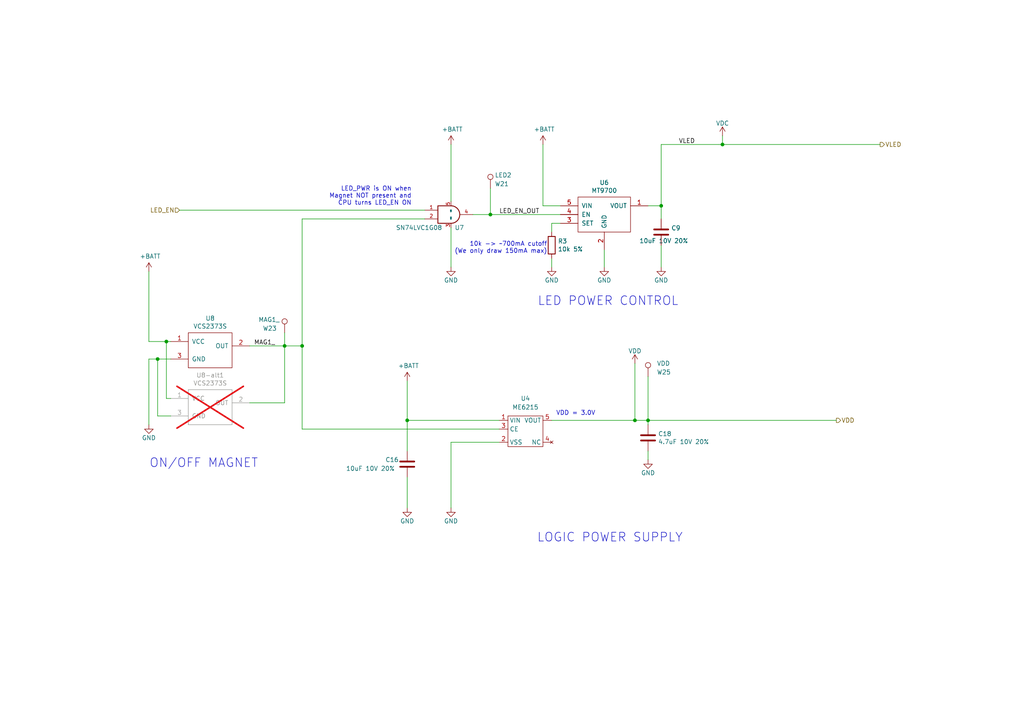
<source format=kicad_sch>
(kicad_sch (version 20250114) (generator "eeschema") (generator_version "9.0")
  (paper "A4")
  (title_block (title "Pixels D20 Schematic, Power") (date "2020-04-13") (rev "2") (company "Systemic Games, LLC"))
  (lib_symbols
    (symbol "Device:C" (pin_numbers (hide yes)) (pin_names (offset 0.254))
      (property "Reference" "C" (at 0.635 2.54 0))
      (property "Value" "C" (at 0.635 -2.54 0))
      (symbol "C_0_1"
        (polyline (pts (xy -2.032 0.762) (xy 2.032 0.762)) (stroke (width 0.508)))
        (polyline (pts (xy -2.032 -0.762) (xy 2.032 -0.762)) (stroke (width 0.508)))
      )
      (symbol "C_1_1"
        (pin passive line (at 0 3.81 270) (length 2.794) (name "~") (number "1"))
        (pin passive line (at 0 -3.81 90) (length 2.794) (name "~") (number "2"))
      )
    )
    (symbol "Device:R" (pin_numbers (hide yes)) (pin_names (offset 0))
      (property "Reference" "R" (at 2.032 0 90))
      (property "Value" "R" (at 0 0 90))
      (symbol "R_0_1"
        (rectangle (start -1.016 -2.54) (end 1.016 2.54) (stroke (width 0.254)))
      )
      (symbol "R_1_1"
        (pin passive line (at 0 3.81 270) (length 1.27) (name "~") (number "1"))
        (pin passive line (at 0 -3.81 90) (length 1.27) (name "~") (number "2"))
      )
    )
    (symbol "Pixels-dice:74AHC1G08" (pin_names (offset 1.016))
      (property "Reference" "U" (at -2.54 3.81 0))
      (property "Value" "74AHC1G08" (at 0 -3.81 0))
      (symbol "74AHC1G08_0_1"
        (arc (start 0 2.54) (mid 2.529 0) (end 0 -2.54) (stroke (width 0.254)))
        (polyline (pts (xy 0 -2.54) (xy -3.81 -2.54) (xy -3.81 2.54) (xy 0 2.54)) (stroke (width 0.254)))
      )
      (symbol "74AHC1G08_1_1"
        (pin input line (at -7.62 1.27 0) (length 3.81) (name "~") (number "1"))
        (pin input line (at -7.62 -1.27 0) (length 3.81) (name "~") (number "2"))
        (pin power_in line (at 0 3.81 270) (length 1.27) (name "VCC") (number "5"))
        (pin power_in line (at 0 -3.81 90) (length 1.27) (name "GND") (number "3"))
        (pin output line (at 6.35 0 180) (length 3.81) (name "~") (number "4"))
      )
    )
    (symbol "Pixels-dice:ME6215"
      (property "Reference" "U" (at 3.175 -6.35 0))
      (property "Value" "ME6215" (at 0 5.08 0))
      (symbol "ME6215_0_1"
        (rectangle (start -5.08 3.81) (end 5.08 -5.08))
      )
      (symbol "ME6215_1_1"
        (pin power_in line (at -7.62 2.54 0) (length 2.54) (name "VIN") (number "1"))
        (pin input line (at -7.62 0 0) (length 2.54) (name "CE") (number "3"))
        (pin power_in line (at -7.62 -3.81 0) (length 2.54) (name "VSS") (number "2"))
        (pin power_out line (at 7.62 2.54 180) (length 2.54) (name "VOUT") (number "5"))
        (pin no_connect line (at 7.62 -3.81 180) (length 2.54) (name "NC") (number "4"))
      )
    )
    (symbol "Pixels-dice:MT9700" (pin_names (offset 1.016))
      (property "Reference" "U" (at 6.35 -6.35 0))
      (property "Value" "MT9700" (at 0 6.35 0))
      (symbol "MT9700_0_1"
        (rectangle (start -7.62 5.08) (end 7.62 -5.08))
      )
      (symbol "MT9700_1_1"
        (pin power_in line (at -12.7 2.54 0) (length 5.08) (name "VIN") (number "5"))
        (pin input line (at -12.7 0 0) (length 5.08) (name "EN") (number "4"))
        (pin input line (at -12.7 -2.54 0) (length 5.08) (name "SET") (number "3"))
        (pin power_in line (at 0 -10.16 90) (length 5.08) (name "GND") (number "2"))
        (pin power_out line (at 12.7 2.54 180) (length 5.08) (name "VOUT") (number "1"))
      )
    )
    (symbol "Pixels-dice:TEST_1P-conn" (pin_numbers (hide yes)) (pin_names (offset 0.762) (hide yes))
      (property "Reference" "W" (at 0 6.858 0))
      (property "Value" "TEST_1P-conn" (at 0 5.08 0))
      (symbol "TEST_1P-conn_0_1"
        (circle (center 0 3.302) (radius 0.762))
      )
      (symbol "TEST_1P-conn_1_1"
        (pin passive line (at 0 0 90) (length 2.54) (name "1") (number "1"))
      )
    )
    (symbol "Pixels-dice:TMR1366" (pin_names (offset 1.016))
      (property "Reference" "U" (at 3.81 -6.35 0))
      (property "Value" "TMR1366" (at 0 6.35 0))
      (symbol "TMR1366_1_1"
        (rectangle (start -6.35 5.08) (end 6.35 -5.08))
        (pin power_in line (at -11.43 2.54 0) (length 5.08) (name "VCC") (number "1"))
        (pin power_in line (at -11.43 -2.54 0) (length 5.08) (name "GND") (number "3"))
        (pin output line (at 11.43 1.27 180) (length 5.08) (name "OUT") (number "2"))
      )
    )
    (symbol "power:+BATT" (power) (pin_names (offset 0))
      (property "Value" "+BATT" (at 0 3.556 0))
      (symbol "+BATT_0_1"
        (polyline (pts (xy -0.762 1.27) (xy 0 2.54)))
        (polyline (pts (xy 0 2.54) (xy 0.762 1.27)))
        (polyline (pts (xy 0 0) (xy 0 2.54)))
      )
      (symbol "+BATT_1_1"
        (pin power_in line (at 0 0 90) (length 0) (hide yes) (name "+BATT") (number "1"))
      )
    )
    (symbol "power:GND" (power) (pin_names (offset 0))
      (property "Value" "GND" (at 0 -3.81 0))
      (symbol "GND_0_1"
        (polyline (pts (xy 0 0) (xy 0 -1.27) (xy 1.27 -1.27) (xy 0 -2.54) (xy -1.27 -1.27) (xy 0 -1.27)))
      )
      (symbol "GND_1_1"
        (pin power_in line (at 0 0 270) (length 0) (hide yes) (name "GND") (number "1"))
      )
    )
    (symbol "power:VDC" (power) (pin_names (offset 0))
      (property "Value" "VDC" (at 0 6.35 0))
      (symbol "VDC_0_1"
        (polyline (pts (xy -0.762 1.27) (xy 0 2.54)))
        (polyline (pts (xy 0 2.54) (xy 0.762 1.27)))
        (polyline (pts (xy 0 0) (xy 0 2.54)))
      )
      (symbol "VDC_1_1"
        (pin power_in line (at 0 0 90) (length 0) (hide yes) (name "VDC") (number "1"))
      )
    )
    (symbol "power:VDD" (power) (pin_names (offset 0))
      (property "Value" "VDD" (at 0 3.81 0))
      (symbol "VDD_0_1"
        (polyline (pts (xy -0.762 1.27) (xy 0 2.54)))
        (polyline (pts (xy 0 2.54) (xy 0.762 1.27)))
        (polyline (pts (xy 0 0) (xy 0 2.54)))
      )
      (symbol "VDD_1_1"
        (pin power_in line (at 0 0 90) (length 0) (hide yes) (name "VDD") (number "1"))
      )
    )
  )
  (text "LOGIC POWER SUPPLY" (at 198.12 157.48 0) (effects (font (size 2.54 2.54)) (justify right bottom)))
  (text "ON/OFF MAGNET" (at 74.93 135.89 0) (effects (font (size 2.54 2.54)) (justify right bottom)))
  (text "LED_PWR is ON when\nMagnet NOT present and\nCPU turns LED_EN ON" (at 119.38 59.69 0) (effects (font (size 1.27 1.27)) (justify right bottom)))
  (text "10k -> ~700mA cutoff\n(We only draw 150mA max)" (at 158.75 73.66 0) (effects (font (size 1.27 1.27)) (justify right bottom)))
  (text "LED POWER CONTROL" (at 196.85 88.9 0) (effects (font (size 2.54 2.54)) (justify right bottom)))
  (text "VDD = 3.0V" (at 172.72 120.65 0) (effects (font (size 1.27 1.27)) (justify right bottom)))
  (junction (at 142.24 62.23))
  (junction (at 184.15 121.92))
  (junction (at 209.55 41.91))
  (junction (at 187.96 121.92))
  (junction (at 87.63 100.33))
  (junction (at 82.55 100.33))
  (junction (at 45.72 104.14))
  (junction (at 191.77 59.69))
  (junction (at 118.11 121.92))
  (junction (at 48.26 99.06))
  (wire (pts (xy 48.26 99.06) (xy 49.53 99.06)))
  (wire (pts (xy 187.96 130.81) (xy 187.96 133.35)))
  (wire (pts (xy 118.11 130.81) (xy 118.11 121.92)))
  (wire (pts (xy 87.63 100.33) (xy 82.55 100.33)))
  (wire (pts (xy 72.39 116.84) (xy 82.55 116.84)))
  (wire (pts (xy 43.18 78.74) (xy 43.18 99.06)))
  (wire (pts (xy 49.53 104.14) (xy 45.72 104.14)))
  (wire (pts (xy 255.27 41.91) (xy 209.55 41.91)))
  (wire (pts (xy 175.26 72.39) (xy 175.26 77.47)))
  (wire (pts (xy 52.07 60.96) (xy 123.19 60.96)))
  (wire (pts (xy 43.18 104.14) (xy 43.18 123.19)))
  (wire (pts (xy 187.96 121.92) (xy 242.57 121.92)))
  (wire (pts (xy 191.77 63.5) (xy 191.77 59.69)))
  (wire (pts (xy 209.55 41.91) (xy 191.77 41.91)))
  (wire (pts (xy 162.56 59.69) (xy 157.48 59.69)))
  (wire (pts (xy 87.63 63.5) (xy 87.63 100.33)))
  (wire (pts (xy 160.02 121.92) (xy 184.15 121.92)))
  (wire (pts (xy 130.81 66.04) (xy 130.81 77.47)))
  (wire (pts (xy 43.18 99.06) (xy 48.26 99.06)))
  (wire (pts (xy 45.72 120.65) (xy 49.53 120.65)))
  (wire (pts (xy 130.81 41.91) (xy 130.81 58.42)))
  (wire (pts (xy 142.24 62.23) (xy 162.56 62.23)))
  (wire (pts (xy 45.72 104.14) (xy 45.72 120.65)))
  (wire (pts (xy 209.55 39.37) (xy 209.55 41.91)))
  (wire (pts (xy 162.56 64.77) (xy 160.02 64.77)))
  (wire (pts (xy 144.78 128.27) (xy 130.81 128.27)))
  (wire (pts (xy 160.02 74.93) (xy 160.02 77.47)))
  (wire (pts (xy 137.16 62.23) (xy 142.24 62.23)))
  (wire (pts (xy 87.63 124.46) (xy 144.78 124.46)))
  (wire (pts (xy 187.96 121.92) (xy 187.96 123.19)))
  (wire (pts (xy 49.53 115.57) (xy 48.26 115.57)))
  (wire (pts (xy 82.55 116.84) (xy 82.55 100.33)))
  (wire (pts (xy 82.55 100.33) (xy 72.39 100.33)))
  (wire (pts (xy 184.15 105.41) (xy 184.15 121.92)))
  (wire (pts (xy 160.02 64.77) (xy 160.02 67.31)))
  (wire (pts (xy 130.81 128.27) (xy 130.81 147.32)))
  (wire (pts (xy 118.11 110.49) (xy 118.11 121.92)))
  (wire (pts (xy 187.96 59.69) (xy 191.77 59.69)))
  (wire (pts (xy 48.26 99.06) (xy 48.26 115.57)))
  (wire (pts (xy 87.63 100.33) (xy 87.63 124.46)))
  (wire (pts (xy 157.48 41.91) (xy 157.48 59.69)))
  (wire (pts (xy 118.11 121.92) (xy 144.78 121.92)))
  (wire (pts (xy 184.15 121.92) (xy 187.96 121.92)))
  (wire (pts (xy 187.96 109.22) (xy 187.96 121.92)))
  (wire (pts (xy 142.24 54.61) (xy 142.24 62.23)))
  (wire (pts (xy 191.77 41.91) (xy 191.77 59.69)))
  (wire (pts (xy 45.72 104.14) (xy 43.18 104.14)))
  (wire (pts (xy 82.55 96.52) (xy 82.55 100.33)))
  (wire (pts (xy 87.63 63.5) (xy 123.19 63.5)))
  (wire (pts (xy 191.77 71.12) (xy 191.77 77.47)))
  (wire (pts (xy 118.11 138.43) (xy 118.11 147.32)))
  (label "MAG1_" (at 73.66 100.33 0))
  (label "VLED" (at 196.85 41.91 0))
  (label "LED_EN_OUT" (at 144.78 62.23 0))
  (hierarchical_label "LED_EN" (shape input) (at 52.07 60.96 180))
  (hierarchical_label "VDD" (shape output) (at 242.57 121.92 0))
  (hierarchical_label "VLED" (shape output) (at 255.27 41.91 0))
  (symbol (lib_id "Pixels-dice:TEST_1P-conn") (at 142.24 54.61 0) (unit 1) (in_bom no)
    (property "Reference" "W21" (at 143.51 53.34 0) (effects (justify left)))
    (property "Value" "LED2" (at 143.51 50.8 0) (effects (justify left)))
    (property "Footprint" "Pixels-dice:TEST_PIN" (effects (hide yes)))
    (property "Generic OK" "N/A" (effects (hide yes)))
  )
  (symbol (lib_id "power:+BATT") (at 157.48 41.91 0) (unit 1)
    (property "Reference" "#PWR033" (effects (hide yes)))
    (property "Value" "+BATT" (at 157.861 37.5158 0))
  )
  (symbol (lib_id "power:GND") (at 175.26 77.47 0) (unit 1)
    (property "Reference" "#PWR038" (effects (hide yes)))
    (property "Value" "GND" (at 175.26 81.28 0))
  )
  (symbol (lib_id "power:GND") (at 43.18 123.19 0) (unit 1)
    (property "Reference" "#PWR039" (effects (hide yes)))
    (property "Value" "GND" (at 43.18 127 0))
  )
  (symbol (lib_id "power:+BATT") (at 43.18 78.74 0) (unit 1)
    (property "Reference" "#PWR036" (effects (hide yes)))
    (property "Value" "+BATT" (at 43.561 74.3458 0))
  )
  (symbol (lib_id "Pixels-dice:TEST_1P-conn") (at 82.55 96.52 0) (unit 1) (in_bom no)
    (property "Reference" "W23" (at 76.2 95.25 0) (effects (justify left)))
    (property "Value" "MAG1_" (at 74.93 92.71 0) (effects (justify left)))
    (property "Footprint" "Pixels-dice:TEST_PIN" (effects (hide yes)))
    (property "Generic OK" "N/A" (effects (hide yes)))
  )
  (symbol (lib_id "Pixels-dice:74AHC1G08") (at 130.81 62.23 0) (unit 1)
    (property "Reference" "U7" (at 134.62 66.04 0) (effects (justify right)))
    (property "Value" "SN74LVC1G08" (at 128.27 66.04 0) (effects (justify right)))
    (property "Footprint" "Pixels-dice:SOT-353_SC-70-5" (effects (hide yes)))
    (property "Datasheet" "http://www.ti.com/lit/sg/scyt129e/scyt129e.pdf" (effects (hide yes)))
    (property "Generic OK" "YES" (effects (hide yes)))
    (property "Manufacturer" "UMW(Youtai Semiconductor Co., Ltd.)" (effects (hide yes)))
    (property "Manufacturer Part Number" "SN74LVC1G08DCKR" (effects (hide yes)))
    (property "Pixels Part Number" "SMD-U007" (effects (hide yes)))
  )
  (symbol (lib_id "power:+BATT") (at 130.81 41.91 0) (unit 1)
    (property "Reference" "#PWR020" (effects (hide yes)))
    (property "Value" "+BATT" (at 131.191 37.5158 0))
  )
  (symbol (lib_id "power:GND") (at 130.81 77.47 0) (unit 1)
    (property "Reference" "#PWR034" (effects (hide yes)))
    (property "Value" "GND" (at 130.81 81.28 0))
  )
  (symbol (lib_id "Pixels-dice:TMR1366") (at 60.96 101.6 0) (unit 1)
    (property "Reference" "U8" (at 60.96 92.329 0))
    (property "Value" "VCS2373S" (at 60.96 94.6404 0))
    (property "Footprint" "Pixels-dice:SOT-23" (effects (hide yes)))
    (property "Generic OK" "NO" (effects (hide yes)))
    (property "Manufacturer" "HUAXIN" (effects (hide yes)))
    (property "Manufacturer Part Number" "VCS2373S" (effects (hide yes)))
    (property "Pixels Part Number" "SMD-U008-ALT8" (effects (hide yes)))
  )
  (symbol (lib_id "Device:C") (at 191.77 67.31 0) (unit 1)
    (property "Reference" "C9" (at 194.691 66.1416 0) (effects (justify left)))
    (property "Value" "10uF 10V 20%" (at 185.42 69.85 0) (effects (justify left)))
    (property "Footprint" "Pixels-dice:C_0402_1005Metric" (effects (hide yes)))
    (property "Generic OK" "YES" (effects (hide yes)))
    (property "Pixels Part Number" "SMD-C002" (effects (hide yes)))
    (property "Manufacturer" "Murata" (effects (hide yes)))
    (property "Manufacturer Part Number" "GRM155R60J106ME05D" (effects (hide yes)))
  )
  (symbol (lib_id "power:GND") (at 191.77 77.47 0) (unit 1)
    (property "Reference" "#PWR0142" (effects (hide yes)))
    (property "Value" "GND" (at 191.77 81.28 0))
  )
  (symbol (lib_id "Pixels-dice:MT9700") (at 175.26 62.23 0) (unit 1)
    (property "Reference" "U6" (at 175.26 52.959 0))
    (property "Value" "MT9700" (at 175.26 55.2704 0))
    (property "Footprint" "Pixels-dice:SOT-23-5" (effects (hide yes)))
    (property "Manufacturer" "XI'AN Aerosemi Tech" (effects (hide yes)))
    (property "Manufacturer Part Number" "MT9700" (effects (hide yes)))
    (property "Pixels Part Number" "SMD-U006-ALT2" (effects (hide yes)))
    (property "Generic OK" "NO" (effects (hide yes)))
  )
  (symbol (lib_id "Device:R") (at 160.02 71.12 0) (unit 1)
    (property "Reference" "R3" (at 161.798 69.9516 0) (effects (justify left)))
    (property "Value" "10k 5%" (at 161.798 72.263 0) (effects (justify left)))
    (property "Footprint" "Pixels-dice:R_0402_1005Metric" (effects (hide yes)))
    (property "Generic OK" "YES" (effects (hide yes)))
    (property "Manufacturer" "UNI-ROYAL(Uniroyal Elec)" (effects (hide yes)))
    (property "Manufacturer Part Number" "0402WGJ0103TCE" (effects (hide yes)))
    (property "Pixels Part Number" "SMD-R002" (effects (hide yes)))
  )
  (symbol (lib_id "power:GND") (at 160.02 77.47 0) (unit 1)
    (property "Reference" "#PWR0101" (effects (hide yes)))
    (property "Value" "GND" (at 160.02 81.28 0))
  )
  (symbol (lib_id "power:VDD") (at 184.15 105.41 0) (unit 1)
    (property "Reference" "#PWR0136" (effects (hide yes)))
    (property "Value" "VDD" (at 184.15 101.8055 0))
  )
  (symbol (lib_id "power:GND") (at 118.11 147.32 0) (unit 1)
    (property "Reference" "#PWR0135" (effects (hide yes)))
    (property "Value" "GND" (at 118.11 151.13 0))
  )
  (symbol (lib_id "power:VDC") (at 209.55 39.37 0) (unit 1)
    (property "Reference" "#PWR026" (effects (hide yes)))
    (property "Value" "VDC" (at 209.55 35.7655 0))
  )
  (symbol (lib_id "Pixels-dice:TMR1366") (at 60.96 118.11 0) (unit 1) (dnp yes)
    (property "Reference" "U8-alt1" (at 60.96 108.839 0))
    (property "Value" "VCS2373S" (at 60.96 111.1504 0))
    (property "Footprint" "Package_TO_SOT_SMD:SOT-23" (effects (hide yes)))
    (property "Generic OK" "NO" (effects (hide yes)))
    (property "Manufacturer" "HUAXIN" (effects (hide yes)))
    (property "Manufacturer Part Number" "VCS2373S" (effects (hide yes)))
    (property "Pixels Part Number" "SMD-U008-ALT8" (effects (hide yes)))
  )
  (symbol (lib_id "power:+BATT") (at 118.11 110.49 0) (unit 1)
    (property "Reference" "#PWR0138" (effects (hide yes)))
    (property "Value" "+BATT" (at 118.491 106.0958 0))
  )
  (symbol (lib_id "Device:C") (at 118.11 134.62 0) (unit 1)
    (property "Reference" "C16" (at 111.76 133.35 0) (effects (justify left)))
    (property "Value" "10uF 10V 20%" (at 100.33 135.89 0) (effects (justify left)))
    (property "Footprint" "Pixels-dice:C_0402_1005Metric" (effects (hide yes)))
    (property "Generic OK" "YES" (effects (hide yes)))
    (property "Pixels Part Number" "SMD-C002" (effects (hide yes)))
    (property "Manufacturer" "Murata" (effects (hide yes)))
    (property "Manufacturer Part Number" "GRM155R60J106ME05D" (effects (hide yes)))
  )
  (symbol (lib_id "power:GND") (at 187.96 133.35 0) (unit 1)
    (property "Reference" "#PWR0137" (effects (hide yes)))
    (property "Value" "GND" (at 187.96 137.16 0))
  )
  (symbol (lib_id "Pixels-dice:ME6215") (at 152.4 124.46 0) (unit 1)
    (property "Reference" "U4" (at 152.4 115.57 0))
    (property "Value" "ME6215" (at 152.4 118.11 0))
    (property "Footprint" "Pixels-dice:SOT-23-5" (effects (hide yes)))
    (property "Generic OK" "NO" (effects (hide yes)))
    (property "Manufacturer" "MICRONE(Nanjing Micro One Elec)" (effects (hide yes)))
    (property "Manufacturer Part Number" "ME6215C30M5G" (effects (hide yes)))
  )
  (symbol (lib_id "power:GND") (at 130.81 147.32 0) (unit 1)
    (property "Reference" "#PWR0134" (effects (hide yes)))
    (property "Value" "GND" (at 130.81 151.13 0))
  )
  (symbol (lib_id "Device:C") (at 187.96 127 0) (unit 1)
    (property "Reference" "C18" (at 190.881 125.8316 0) (effects (justify left)))
    (property "Value" "4.7uF 10V 20%" (at 190.881 128.143 0) (effects (justify left)))
    (property "Footprint" "Pixels-dice:C_0402_1005Metric" (effects (hide yes)))
    (property "Generic OK" "YES" (effects (hide yes)))
    (property "Pixels Part Number" "SMD-C002" (effects (hide yes)))
    (property "Manufacturer" "Murata" (effects (hide yes)))
    (property "Manufacturer Part Number" "GRM155R61A475MEAAJ" (effects (hide yes)))
  )
  (symbol (lib_id "Pixels-dice:TEST_1P-conn") (at 187.96 109.22 0) (unit 1) (in_bom no)
    (property "Reference" "W25" (at 190.5 107.95 0) (effects (justify left)))
    (property "Value" "VDD" (at 190.5 105.41 0) (effects (justify left)))
    (property "Footprint" "Pixels-dice:TEST_PIN" (effects (hide yes)))
    (property "Generic OK" "N/A" (effects (hide yes)))
  )
)
</source>
